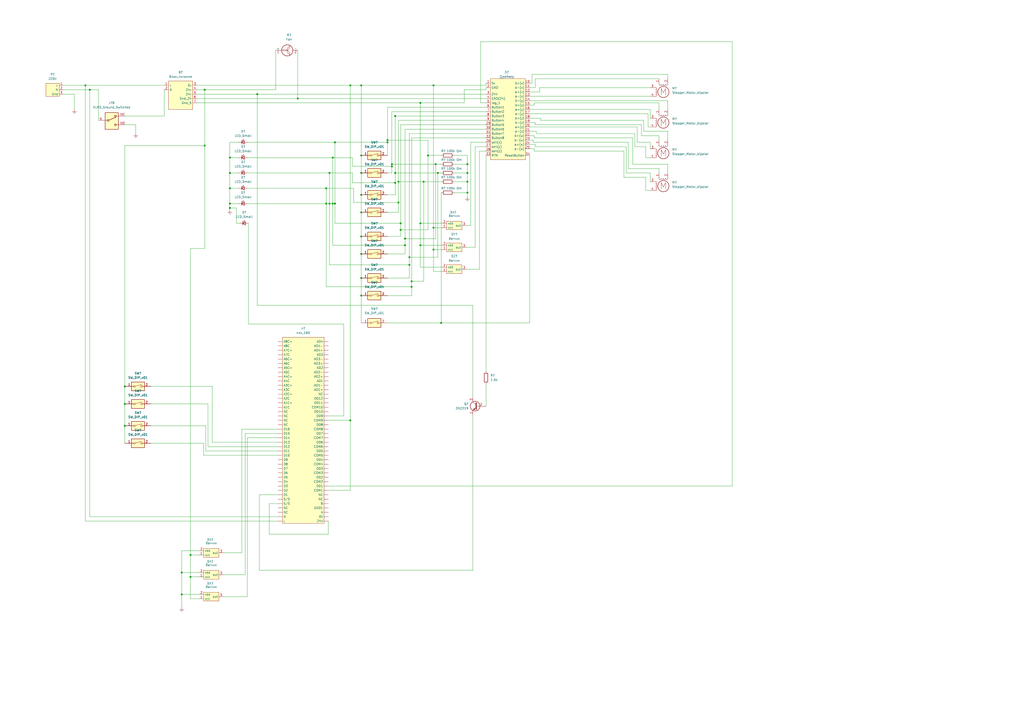
<source format=kicad_sch>
(kicad_sch (version 20211123) (generator eeschema)
  (paper "A2")
  (lib_symbols
    (symbol "4xxx:Драйвер"
      (property "Reference" "D?" (at 4.445 7.62 0))
      (property "Value" "Драйвер" (at 4.445 5.08 0))
      (symbol "Драйвер_0_1"
        (rectangle (start -5.08 3.81) (end 15.24 -43.18) (fill (type background)))
      )
      (symbol "Драйвер_1_1"
        (pin input line (at -7.62 1.27 0) (length 2.54) (name "5v") (number "1"))
        (pin output line (at 17.78 1.27 180) (length 2.54) (name "b+(x)") (number "10"))
        (pin output line (at 17.78 -1.27 180) (length 2.54) (name "b-(x)") (number "11"))
        (pin output line (at 17.78 -3.81 180) (length 2.54) (name "a+(x)") (number "12"))
        (pin output line (at 17.78 -6.35 180) (length 2.54) (name "a-(x)") (number "13"))
        (pin output line (at 17.78 -8.89 180) (length 2.54) (name "b-(y)") (number "14"))
        (pin output line (at 17.78 -11.43 180) (length 2.54) (name "b+(y)") (number "15"))
        (pin output line (at 17.78 -13.97 180) (length 2.54) (name "a+(y)") (number "16"))
        (pin output line (at 17.78 -16.51 180) (length 2.54) (name "a-(y)") (number "17"))
        (pin output line (at 17.78 -19.05 180) (length 2.54) (name "b+(z)") (number "18"))
        (pin output line (at 17.78 -21.59 180) (length 2.54) (name "b-(z)") (number "19"))
        (pin input line (at -7.62 -1.27 0) (length 2.54) (name "GND") (number "2"))
        (pin output line (at 17.78 -24.13 180) (length 2.54) (name "a+(z)") (number "20"))
        (pin output line (at 17.78 -26.67 180) (length 2.54) (name "a-(z)") (number "21"))
        (pin output line (at 17.78 -29.21 180) (length 2.54) (name "b+(w)") (number "22"))
        (pin output line (at 17.78 -31.75 180) (length 2.54) (name "b-(w)") (number "23"))
        (pin output line (at 17.78 -34.29 180) (length 2.54) (name "a+(w)") (number "24"))
        (pin output line (at 17.78 -36.83 180) (length 2.54) (name "a-(w)") (number "25"))
        (pin input line (at -7.62 -33.02 0) (length 2.54) (name "sen(x)") (number "26"))
        (pin input line (at -7.62 -35.56 0) (length 2.54) (name "sen(y)") (number "27"))
        (pin input line (at -7.62 -38.1 0) (length 2.54) (name "sen(z)") (number "28"))
        (pin input line (at -7.62 -22.86 0) (length 2.54) (name "Button5") (number "29"))
        (pin input line (at -7.62 -5.08 0) (length 2.54) (name "24V") (number "3"))
        (pin input line (at -7.62 -25.4 0) (length 2.54) (name "Button6") (number "30"))
        (pin input line (at -7.62 -27.94 0) (length 2.54) (name "Button7") (number "31"))
        (pin input line (at -7.62 -30.48 0) (length 2.54) (name "Button8") (number "32"))
        (pin input line (at -7.62 -40.64 0) (length 2.54) (name "RTM") (number "33"))
        (pin input line (at 17.78 -40.64 180) (length 2.54) (name "ResetButton") (number "34"))
        (pin input line (at -7.62 -7.62 0) (length 2.54) (name "GND(24)") (number "4"))
        (pin input line (at -7.62 -10.16 0) (length 2.54) (name "log_1") (number "5"))
        (pin input line (at -7.62 -12.7 0) (length 2.54) (name "Button1") (number "6"))
        (pin input line (at -7.62 -15.24 0) (length 2.54) (name "Button2") (number "7"))
        (pin input line (at -7.62 -17.78 0) (length 2.54) (name "Button3") (number "8"))
        (pin input line (at -7.62 -20.32 0) (length 2.54) (name "Button4") (number "9"))
      )
    )
    (symbol "4xxx:блок_питания"
      (property "Reference" "B" (at 0 1.27 0))
      (property "Value" "блок_питания" (at 0 0 0))
      (symbol "блок_питания_0_1"
        (rectangle (start -6.35 -1.27) (end 7.62 -17.78) (fill (type background)))
      )
      (symbol "блок_питания_1_1"
        (pin input line (at -8.89 -3.81 0) (length 2.54) (name "L") (number "1"))
        (pin input line (at -8.89 -6.35 0) (length 2.54) (name "N") (number "2"))
        (pin output line (at 10.16 -3.81 180) (length 2.54) (name "5v") (number "3"))
        (pin output line (at 10.16 -6.35 180) (length 2.54) (name "24v") (number "4"))
        (pin output line (at 10.16 -8.89 180) (length 2.54) (name "24v") (number "5"))
        (pin output line (at 10.16 -11.43 180) (length 2.54) (name "Gnd_24") (number "6"))
        (pin output line (at 10.16 -13.97 180) (length 2.54) (name "Gnd_5") (number "7"))
      )
    )
    (symbol "Connector:XLR3_Ground_Switched" (pin_names hide)
      (property "Reference" "J" (at 0 8.89 0))
      (property "Value" "XLR3_Ground_Switched" (at 0 6.35 0))
      (symbol "XLR3_Ground_Switched_1_1"
        (circle (center -3.556 0) (radius 1.016))
        (circle (center 0 -3.556) (radius 1.016))
        (polyline (pts (xy -5.08 0) (xy -4.572 0)))
        (polyline (pts (xy -2.54 -5.08) (xy -2.54 -4.445)))
        (polyline (pts (xy 0 -5.08) (xy 0 -4.572)))
        (polyline (pts (xy 5.08 0) (xy 4.572 0)))
        (circle (center 0 0) (radius 5.08) (fill (type background)))
        (circle (center 3.556 0) (radius 1.016))
        (text "1" (at -3.556 1.778 0) (effects (font (size 1.016 1.016) bold)))
        (text "2" (at 3.556 1.778 0) (effects (font (size 1.016 1.016) bold)))
        (text "3" (at 0 -1.778 0) (effects (font (size 1.016 1.016) bold)))
        (pin passive line (at -7.62 0 0) (length 2.54) (name "~") (number "1"))
        (pin passive line (at 7.62 0 180) (length 2.54) (name "~") (number "2"))
        (pin passive line (at 0 -7.62 90) (length 2.54) (name "~") (number "3"))
        (pin passive line (at -2.54 -7.62 90) (length 2.54) (name "~") (number "G"))
      )
      (symbol "XLR3_Ground_Switched_2_1"
        (rectangle (start -3.81 4.445) (end 3.81 -5.08) (stroke (width 0.254)) (fill (type background)))
        (circle (center -2.159 0) (radius 0.508) (stroke (width 0.254)))
        (polyline (pts (xy -5.08 0) (xy -2.794 0)))
        (polyline (pts (xy -1.651 0.127) (xy 2.54 1.905)) (stroke (width 0.254)))
        (polyline (pts (xy 5.08 -2.54) (xy 2.794 -2.54)))
        (polyline (pts (xy 5.08 2.54) (xy 2.794 2.54)))
        (circle (center 2.159 -2.54) (radius 0.508) (stroke (width 0.254)))
        (circle (center 2.159 2.54) (radius 0.508) (stroke (width 0.254)))
        (pin passive line (at -7.62 0 0) (length 2.54) (name "~") (number "N"))
        (pin passive line (at 7.62 2.54 180) (length 2.54) (name "~") (number "NC"))
        (pin passive line (at 7.62 -2.54 180) (length 2.54) (name "~") (number "NO"))
      )
    )
    (symbol "Device:LED_Small" (pin_numbers hide) (pin_names (offset 0.254) hide)
      (property "Reference" "D" (at -1.27 3.175 0))
      (property "Value" "LED_Small" (at -4.445 -2.54 0))
      (symbol "LED_Small_0_1"
        (polyline (pts (xy -0.762 -1.016) (xy -0.762 1.016)) (stroke (width 0.254)))
        (polyline (pts (xy 1.016 0) (xy -0.762 0)))
        (polyline (pts (xy 0.762 -1.016) (xy -0.762 0) (xy 0.762 1.016) (xy 0.762 -1.016)) (stroke (width 0.254)))
        (polyline (pts (xy 0 0.762) (xy -0.508 1.27) (xy -0.254 1.27) (xy -0.508 1.27) (xy -0.508 1.016)))
        (polyline (pts (xy 0.508 1.27) (xy 0 1.778) (xy 0.254 1.778) (xy 0 1.778) (xy 0 1.524)))
      )
      (symbol "LED_Small_1_1"
        (pin passive line (at -2.54 0 0) (length 1.778) (name "K") (number "1"))
        (pin passive line (at 2.54 0 180) (length 1.778) (name "A") (number "2"))
      )
    )
    (symbol "Device:R" (pin_numbers hide) (pin_names (offset 0))
      (property "Reference" "R" (at 2.032 0 90))
      (property "Value" "R" (at 0 0 90))
      (symbol "R_0_1"
        (rectangle (start -1.016 -2.54) (end 1.016 2.54) (stroke (width 0.254)))
      )
      (symbol "R_1_1"
        (pin passive line (at 0 3.81 270) (length 1.27) (name "~") (number "1"))
        (pin passive line (at 0 -3.81 90) (length 1.27) (name "~") (number "2"))
      )
    )
    (symbol "Earth_1" (power) (pin_names (offset 0))
      (symbol "Earth_1_0_1"
        (polyline (pts (xy -0.635 -1.905) (xy 0.635 -1.905)))
        (polyline (pts (xy -0.127 -2.54) (xy 0.127 -2.54)))
        (polyline (pts (xy 0 -1.27) (xy 0 0)))
        (polyline (pts (xy 1.27 -1.27) (xy -1.27 -1.27)))
      )
      (symbol "Earth_1_1_1"
        (pin power_in line (at 0 0 270) (length 0) hide (name "Earth") (number "1"))
      )
    )
    (symbol "Earth_2" (power) (pin_names (offset 0))
      (symbol "Earth_2_0_1"
        (polyline (pts (xy -0.635 -1.905) (xy 0.635 -1.905)))
        (polyline (pts (xy -0.127 -2.54) (xy 0.127 -2.54)))
        (polyline (pts (xy 0 -1.27) (xy 0 0)))
        (polyline (pts (xy 1.27 -1.27) (xy -1.27 -1.27)))
      )
      (symbol "Earth_2_1_1"
        (pin power_in line (at 0 0 270) (length 0) hide (name "Earth") (number "1"))
      )
    )
    (symbol "Motor:Fan" (pin_names (offset 0))
      (property "Reference" "M" (at 2.54 5.08 0))
      (property "Value" "Fan" (at 2.54 -2.54 0))
      (symbol "Fan_0_1"
        (arc (start -2.54 -0.508) (mid -0.0014 0.9048) (end 0 3.81))
        (polyline (pts (xy 0 -5.08) (xy 0 -4.572)))
        (polyline (pts (xy 0 -2.2352) (xy 0 -2.6416)))
        (polyline (pts (xy 0 4.2672) (xy 0 4.6228)))
        (polyline (pts (xy 0 4.572) (xy 0 5.08)))
        (circle (center 0 1.016) (radius 3.2512) (stroke (width 0.254)))
        (arc (start 0 3.81) (mid 0.0468 0.9315) (end 2.54 -0.508))
        (arc (start 2.54 -0.508) (mid 0 1.0618) (end -2.54 -0.508))
      )
      (symbol "Fan_1_1"
        (pin passive line (at 0 7.62 270) (length 2.54) (name "+") (number "1"))
        (pin passive line (at 0 -5.08 90) (length 2.54) (name "-") (number "2"))
      )
    )
    (symbol "Motor:Stepper_Motor_bipolar" (pin_names (offset 0) hide)
      (property "Reference" "M" (at 3.81 2.54 0))
      (property "Value" "Stepper_Motor_bipolar" (at 3.81 1.27 0))
      (symbol "Stepper_Motor_bipolar_0_0"
        (polyline (pts (xy -1.27 -1.778) (xy -1.27 2.032) (xy 0 -0.508) (xy 1.27 2.032) (xy 1.27 -1.778)))
      )
      (symbol "Stepper_Motor_bipolar_0_1"
        (arc (start -4.445 -2.54) (mid -3.81 -1.905) (end -4.445 -1.27))
        (arc (start -4.445 -1.27) (mid -3.81 -0.635) (end -4.445 0))
        (arc (start -4.445 0) (mid -3.81 0.635) (end -4.445 1.27))
        (arc (start -4.445 1.27) (mid -3.81 1.905) (end -4.445 2.54))
        (arc (start -2.54 4.445) (mid -1.905 3.81) (end -1.27 4.445))
        (arc (start -1.27 4.445) (mid -0.635 3.81) (end 0 4.445))
        (polyline (pts (xy -5.08 -2.54) (xy -4.445 -2.54)))
        (polyline (pts (xy -5.08 2.54) (xy -4.445 2.54)))
        (polyline (pts (xy -2.54 5.08) (xy -2.54 4.445)))
        (polyline (pts (xy 2.54 5.08) (xy 2.54 4.445)))
        (circle (center 0 0) (radius 3.2512) (stroke (width 0.254)))
        (arc (start 0 4.445) (mid 0.635 3.81) (end 1.27 4.445))
        (arc (start 1.27 4.445) (mid 1.905 3.81) (end 2.54 4.445))
      )
      (symbol "Stepper_Motor_bipolar_1_1"
        (pin passive line (at -2.54 7.62 270) (length 2.54) (name "~") (number "1"))
        (pin passive line (at 2.54 7.62 270) (length 2.54) (name "-") (number "2"))
        (pin passive line (at -7.62 2.54 0) (length 2.54) (name "~") (number "3"))
        (pin passive line (at -7.62 -2.54 0) (length 2.54) (name "~") (number "4"))
      )
    )
    (symbol "New_robin:220V"
      (property "Reference" "P" (at 0 5.08 0))
      (property "Value" "220V" (at 0 2.54 0))
      (symbol "220V_0_1"
        (rectangle (start -3.81 1.27) (end 3.81 -6.35) (fill (type background)))
      )
      (symbol "220V_1_1"
        (pin input line (at 6.35 0 180) (length 2.54) (name "L") (number "1"))
        (pin input line (at 6.35 -2.54 180) (length 2.54) (name "N") (number "2"))
        (pin input line (at 6.35 -5.08 180) (length 2.54) (name "Gnd") (number "3"))
      )
    )
    (symbol "New_robin:плк_160"
      (property "Reference" "п" (at 1.27 -2.54 0))
      (property "Value" "плк_160" (at 1.27 -5.08 0))
      (symbol "плк_160_0_1"
        (rectangle (start -10.16 20.32) (end 13.97 -87.63) (fill (type background)))
      )
      (symbol "плк_160_1_1"
        (pin output line (at 16.51 -83.82 180) (length 2.54) (name "0V") (number ""))
        (pin output line (at 16.51 -86.36 180) (length 2.54) (name "24V") (number ""))
        (pin output line (at 16.51 -81.28 180) (length 2.54) (name "A") (number ""))
        (pin input line (at -12.7 -20.32 0) (length 2.54) (name "A1C") (number ""))
        (pin input line (at -12.7 -17.78 0) (length 2.54) (name "A1C+") (number ""))
        (pin input line (at -12.7 -15.24 0) (length 2.54) (name "A2C") (number ""))
        (pin input line (at -12.7 -12.7 0) (length 2.54) (name "A2C+") (number ""))
        (pin input line (at -12.7 -10.16 0) (length 2.54) (name "A3C") (number ""))
        (pin input line (at -12.7 -7.62 0) (length 2.54) (name "A3C+") (number ""))
        (pin input line (at -12.7 -5.08 0) (length 2.54) (name "A4C") (number ""))
        (pin input line (at -12.7 -2.54 0) (length 2.54) (name "A4C+") (number ""))
        (pin input line (at -12.7 0 0) (length 2.54) (name "A5C") (number ""))
        (pin input line (at -12.7 2.54 0) (length 2.54) (name "A5C+") (number ""))
        (pin input line (at -12.7 5.08 0) (length 2.54) (name "A6C") (number ""))
        (pin input line (at -12.7 7.62 0) (length 2.54) (name "A6C+") (number ""))
        (pin input line (at -12.7 10.16 0) (length 2.54) (name "A7C") (number ""))
        (pin input line (at -12.7 12.7 0) (length 2.54) (name "A7C+") (number ""))
        (pin input line (at -12.7 15.24 0) (length 2.54) (name "A8C") (number ""))
        (pin input line (at -12.7 17.78 0) (length 2.54) (name "A8C+") (number ""))
        (pin output line (at 16.51 -5.08 180) (length 2.54) (name "AO1") (number ""))
        (pin output line (at 16.51 -10.16 180) (length 2.54) (name "AO1+") (number ""))
        (pin output line (at 16.51 -7.62 180) (length 2.54) (name "AO1-") (number ""))
        (pin output line (at 16.51 2.54 180) (length 2.54) (name "AO2") (number ""))
        (pin output line (at 16.51 -2.54 180) (length 2.54) (name "AO2+") (number ""))
        (pin output line (at 16.51 0 180) (length 2.54) (name "AO2-") (number ""))
        (pin output line (at 16.51 10.16 180) (length 2.54) (name "AO3") (number ""))
        (pin output line (at 16.51 5.08 180) (length 2.54) (name "AO3+") (number ""))
        (pin output line (at 16.51 7.62 180) (length 2.54) (name "AO3-") (number ""))
        (pin output line (at 16.51 17.78 180) (length 2.54) (name "AO4") (number ""))
        (pin output line (at 16.51 12.7 180) (length 2.54) (name "AO4+") (number ""))
        (pin output line (at 16.51 15.24 180) (length 2.54) (name "AO4-") (number ""))
        (pin output line (at 16.51 -76.2 180) (length 2.54) (name "B") (number ""))
        (pin output line (at 16.51 -68.58 180) (length 2.54) (name "COM1") (number ""))
        (pin output line (at 16.51 -20.32 180) (length 2.54) (name "COM10") (number ""))
        (pin output line (at 16.51 -63.5 180) (length 2.54) (name "COM2") (number ""))
        (pin output line (at 16.51 -58.42 180) (length 2.54) (name "COM3") (number ""))
        (pin output line (at 16.51 -53.34 180) (length 2.54) (name "COM4") (number ""))
        (pin output line (at 16.51 -48.26 180) (length 2.54) (name "COM5") (number ""))
        (pin output line (at 16.51 -43.18 180) (length 2.54) (name "COM6") (number ""))
        (pin output line (at 16.51 -38.1 180) (length 2.54) (name "COM7") (number ""))
        (pin output line (at 16.51 -33.02 180) (length 2.54) (name "COM8") (number ""))
        (pin output line (at 16.51 -27.94 180) (length 2.54) (name "COM9") (number ""))
        (pin input line (at -12.7 -71.12 0) (length 2.54) (name "D1") (number ""))
        (pin input line (at -12.7 -48.26 0) (length 2.54) (name "D10") (number ""))
        (pin input line (at -12.7 -45.72 0) (length 2.54) (name "D11") (number ""))
        (pin input line (at -12.7 -43.18 0) (length 2.54) (name "D12") (number ""))
        (pin input line (at -12.7 -40.64 0) (length 2.54) (name "D13") (number ""))
        (pin input line (at -12.7 -38.1 0) (length 2.54) (name "D14") (number ""))
        (pin input line (at -12.7 -35.56 0) (length 2.54) (name "D15") (number ""))
        (pin input line (at -12.7 -33.02 0) (length 2.54) (name "D16") (number ""))
        (pin input line (at -12.7 -68.58 0) (length 2.54) (name "D2") (number ""))
        (pin input line (at -12.7 -66.04 0) (length 2.54) (name "D3") (number ""))
        (pin input line (at -12.7 -63.5 0) (length 2.54) (name "D4") (number ""))
        (pin input line (at -12.7 -60.96 0) (length 2.54) (name "D5") (number ""))
        (pin input line (at -12.7 -58.42 0) (length 2.54) (name "D6") (number ""))
        (pin input line (at -12.7 -55.88 0) (length 2.54) (name "D7") (number ""))
        (pin input line (at -12.7 -53.34 0) (length 2.54) (name "D8") (number ""))
        (pin input line (at -12.7 -50.8 0) (length 2.54) (name "D9") (number ""))
        (pin output line (at 16.51 -66.04 180) (length 2.54) (name "DO1") (number ""))
        (pin output line (at 16.51 -22.86 180) (length 2.54) (name "DO10") (number ""))
        (pin output line (at 16.51 -17.78 180) (length 2.54) (name "DO11") (number ""))
        (pin output line (at 16.51 -15.24 180) (length 2.54) (name "DO12") (number ""))
        (pin output line (at 16.51 -60.96 180) (length 2.54) (name "DO2") (number ""))
        (pin output line (at 16.51 -55.88 180) (length 2.54) (name "DO3") (number ""))
        (pin output line (at 16.51 -50.8 180) (length 2.54) (name "DO4") (number ""))
        (pin output line (at 16.51 -45.72 180) (length 2.54) (name "DO5") (number ""))
        (pin output line (at 16.51 -40.64 180) (length 2.54) (name "DO6") (number ""))
        (pin output line (at 16.51 -35.56 180) (length 2.54) (name "DO7") (number ""))
        (pin output line (at 16.51 -30.48 180) (length 2.54) (name "DO8") (number ""))
        (pin output line (at 16.51 -25.4 180) (length 2.54) (name "DO9") (number ""))
        (pin output line (at 16.51 -78.74 180) (length 2.54) (name "GND1") (number ""))
        (pin input line (at -12.7 -86.36 0) (length 2.54) (name "L") (number ""))
        (pin input line (at -12.7 -83.82 0) (length 2.54) (name "N") (number ""))
        (pin input line (at -12.7 -81.28 0) (length 2.54) (name "NC") (number ""))
        (pin input line (at -12.7 -78.74 0) (length 2.54) (name "NC") (number ""))
        (pin input line (at -12.7 -30.48 0) (length 2.54) (name "NC") (number ""))
        (pin input line (at -12.7 -27.94 0) (length 2.54) (name "NC") (number ""))
        (pin input line (at -12.7 -25.4 0) (length 2.54) (name "NC") (number ""))
        (pin input line (at -12.7 -22.86 0) (length 2.54) (name "NC") (number ""))
        (pin output line (at 16.51 -73.66 180) (length 2.54) (name "NC") (number ""))
        (pin output line (at 16.51 -71.12 180) (length 2.54) (name "NC") (number ""))
        (pin output line (at 16.51 -12.7 180) (length 2.54) (name "NC") (number ""))
        (pin input line (at -12.7 -76.2 0) (length 2.54) (name "S/S") (number ""))
        (pin input line (at -12.7 -73.66 0) (length 2.54) (name "S/S") (number ""))
      )
    )
    (symbol "Switch:SW_DIP_x01" (pin_names (offset 0) hide)
      (property "Reference" "SW" (at 0 3.81 0))
      (property "Value" "SW_DIP_x01" (at 0 -3.81 0))
      (symbol "SW_DIP_x01_0_0"
        (circle (center -2.032 0) (radius 0.508))
        (polyline (pts (xy -1.524 0.127) (xy 2.3622 1.1684)))
        (circle (center 2.032 0) (radius 0.508))
      )
      (symbol "SW_DIP_x01_0_1"
        (rectangle (start -3.81 2.54) (end 3.81 -2.54) (stroke (width 0.254)) (fill (type background)))
      )
      (symbol "SW_DIP_x01_1_1"
        (pin passive line (at -7.62 0 0) (length 5.08) (name "~") (number "1"))
        (pin passive line (at 7.62 0 180) (length 5.08) (name "~") (number "2"))
      )
    )
    (symbol "Transistor_BJT:2N2219" (pin_names (offset 0) hide)
      (property "Reference" "Q" (at 5.08 1.905 0))
      (property "Value" "2N2219" (at 5.08 0 0))
      (symbol "2N2219_0_1"
        (polyline (pts (xy 0.635 0.635) (xy 2.54 2.54)))
        (polyline (pts (xy 0.635 -0.635) (xy 2.54 -2.54) (xy 2.54 -2.54)))
        (polyline (pts (xy 0.635 1.905) (xy 0.635 -1.905) (xy 0.635 -1.905)) (stroke (width 0.508)))
        (polyline (pts (xy 1.27 -1.778) (xy 1.778 -1.27) (xy 2.286 -2.286) (xy 1.27 -1.778) (xy 1.27 -1.778)) (fill (type outline)))
        (circle (center 1.27 0) (radius 2.8194) (stroke (width 0.254)))
      )
      (symbol "2N2219_1_1"
        (pin passive line (at 2.54 -5.08 90) (length 2.54) (name "E") (number "1"))
        (pin passive line (at -5.08 0 0) (length 5.715) (name "B") (number "2"))
        (pin passive line (at 2.54 5.08 270) (length 2.54) (name "C") (number "3"))
      )
    )
    (symbol "power:Earth" (power) (pin_names (offset 0))
      (symbol "Earth_0_1"
        (polyline (pts (xy -0.635 -1.905) (xy 0.635 -1.905)))
        (polyline (pts (xy -0.127 -2.54) (xy 0.127 -2.54)))
        (polyline (pts (xy 0 -1.27) (xy 0 0)))
        (polyline (pts (xy 1.27 -1.27) (xy -1.27 -1.27)))
      )
      (symbol "Earth_1_1"
        (pin power_in line (at 0 0 270) (length 0) hide (name "Earth") (number "1"))
      )
    )
    (symbol "датчик_3"
      (property "Reference" "D" (at 0 3.81 0))
      (property "Value" "датчик_3" (at 1.27 1.27 0))
      (symbol "датчик_3_0_1"
        (rectangle (start -2.54 0) (end 6.35 -5.08) (fill (type background)))
      )
      (symbol "датчик_3_1_1"
        (pin input line (at -5.08 -3.81 0) (length 2.54) (name "vcc") (number "1"))
        (pin input line (at -5.08 -1.27 0) (length 2.54) (name "vdd") (number "2"))
        (pin input line (at 8.89 -2.54 180) (length 2.54) (name "out") (number "3"))
      )
    )
  )
  (junction (at 237.49 153.67))
  (junction (at 52.07 52.07))
  (junction (at 229.235 106.045))
  (junction (at 231.14 105.41))
  (junction (at 271.145 95.25))
  (junction (at 243.84 129.54))
  (junction (at 105.41 344.805))
  (junction (at 189.23 118.11))
  (junction (at 172.72 57.15))
  (junction (at 209.55 147.32))
  (junction (at 49.53 49.53))
  (junction (at 243.84 59.69))
  (junction (at 231.14 117.475))
  (junction (at 110.49 334.645))
  (junction (at 232.41 133.35))
  (junction (at 194.31 118.11))
  (junction (at 234.95 138.43))
  (junction (at 209.55 90.17))
  (junction (at 209.55 113.03))
  (junction (at 189.23 109.22))
  (junction (at 118.745 84.455))
  (junction (at 248.285 90.17))
  (junction (at 118.745 52.07))
  (junction (at 193.04 118.11))
  (junction (at 133.35 91.44))
  (junction (at 110.49 321.945))
  (junction (at 193.04 91.44))
  (junction (at 224.79 82.55))
  (junction (at 191.135 100.33))
  (junction (at 209.55 123.19))
  (junction (at 133.35 118.11))
  (junction (at 271.145 100.33))
  (junction (at 149.225 54.61))
  (junction (at 72.39 224.155))
  (junction (at 271.145 111.76))
  (junction (at 245.745 105.41))
  (junction (at 209.55 49.53))
  (junction (at 238.76 163.195))
  (junction (at 229.235 100.33))
  (junction (at 251.46 144.78))
  (junction (at 238.76 166.37))
  (junction (at 209.55 161.29))
  (junction (at 133.35 109.22))
  (junction (at 133.35 120.65))
  (junction (at 243.84 142.24))
  (junction (at 209.55 171.45))
  (junction (at 203.2 49.53))
  (junction (at 72.39 234.315))
  (junction (at 255.905 187.325))
  (junction (at 227.33 95.25))
  (junction (at 133.35 100.33))
  (junction (at 271.145 105.41))
  (junction (at 224.79 81.28))
  (junction (at 227.33 96.52))
  (junction (at 203.2 243.84))
  (junction (at 237.49 149.225))
  (junction (at 209.55 100.33))
  (junction (at 251.46 49.53))
  (junction (at 209.55 137.16))
  (junction (at 229.235 67.31))
  (junction (at 191.135 118.11))
  (junction (at 251.46 132.08))
  (junction (at 72.39 247.015))
  (junction (at 232.41 129.54))
  (junction (at 252.73 95.25))
  (junction (at 105.41 332.105))
  (junction (at 194.31 82.55))
  (junction (at 234.95 142.24))
  (junction (at 254 100.33))
  (wire (pts (xy 251.46 157.48) (xy 251.46 144.78)))
  (wire (pts (xy 424.815 24.13) (xy 424.815 281.94)))
  (wire (pts (xy 310.515 45.72) (xy 310.515 50.8)))
  (wire (pts (xy 161.29 259.08) (xy 120.65 259.08)))
  (wire (pts (xy 281.94 72.39) (xy 232.41 72.39)))
  (wire (pts (xy 232.41 137.16) (xy 224.79 137.16)))
  (wire (pts (xy 387.35 76.2) (xy 387.35 81.28)))
  (wire (pts (xy 115.57 319.405) (xy 105.41 319.405)))
  (wire (pts (xy 256.54 154.94) (xy 243.84 154.94)))
  (wire (pts (xy 231.14 105.41) (xy 231.14 117.475)))
  (wire (pts (xy 281.94 77.47) (xy 237.49 77.47)))
  (wire (pts (xy 209.55 123.19) (xy 209.55 137.16)))
  (wire (pts (xy 251.46 132.08) (xy 256.54 132.08)))
  (wire (pts (xy 114.3 52.07) (xy 118.745 52.07)))
  (wire (pts (xy 72.39 72.39) (xy 78.74 72.39)))
  (wire (pts (xy 143.51 82.55) (xy 194.31 82.55)))
  (wire (pts (xy 368.3 77.47) (xy 311.15 77.47)))
  (wire (pts (xy 313.055 50.8) (xy 313.055 53.34)))
  (wire (pts (xy 310.515 71.12) (xy 307.34 71.12)))
  (wire (pts (xy 133.35 109.22) (xy 133.35 100.33)))
  (wire (pts (xy 374.65 91.44) (xy 374.65 85.09)))
  (wire (pts (xy 309.88 87.63) (xy 309.88 86.36)))
  (wire (pts (xy 369.57 82.55) (xy 369.57 73.66)))
  (wire (pts (xy 310.515 72.39) (xy 310.515 71.12)))
  (wire (pts (xy 311.15 76.2) (xy 307.34 76.2)))
  (wire (pts (xy 255.905 111.76) (xy 255.905 187.325)))
  (wire (pts (xy 377.19 91.44) (xy 374.65 91.44)))
  (wire (pts (xy 278.13 156.21) (xy 278.13 87.63)))
  (wire (pts (xy 193.04 118.11) (xy 194.31 118.11)))
  (wire (pts (xy 149.225 54.61) (xy 149.225 177.165)))
  (wire (pts (xy 248.285 133.35) (xy 232.41 133.35)))
  (wire (pts (xy 274.32 240.665) (xy 274.32 330.835)))
  (wire (pts (xy 189.23 109.22) (xy 189.23 118.11)))
  (wire (pts (xy 137.16 129.54) (xy 137.16 120.65)))
  (wire (pts (xy 105.41 319.405) (xy 105.41 332.105)))
  (wire (pts (xy 243.84 59.69) (xy 243.84 129.54)))
  (wire (pts (xy 281.94 59.69) (xy 278.765 59.69)))
  (wire (pts (xy 375.92 66.04) (xy 375.92 73.66)))
  (wire (pts (xy 372.11 72.39) (xy 310.515 72.39)))
  (wire (pts (xy 49.53 302.26) (xy 161.29 302.26)))
  (wire (pts (xy 273.05 130.81) (xy 270.51 130.81)))
  (wire (pts (xy 281.94 69.85) (xy 231.14 69.85)))
  (wire (pts (xy 387.35 95.25) (xy 367.03 95.25)))
  (wire (pts (xy 209.55 147.32) (xy 209.55 161.29)))
  (wire (pts (xy 161.29 287.02) (xy 150.495 287.02)))
  (wire (pts (xy 309.88 80.01) (xy 309.88 78.74)))
  (wire (pts (xy 72.39 224.155) (xy 72.39 234.315)))
  (wire (pts (xy 361.95 102.87) (xy 361.95 87.63)))
  (wire (pts (xy 133.35 100.33) (xy 138.43 100.33)))
  (wire (pts (xy 123.19 256.54) (xy 161.29 256.54)))
  (wire (pts (xy 189.23 118.11) (xy 191.135 118.11)))
  (wire (pts (xy 281.94 90.17) (xy 281.94 215.265)))
  (wire (pts (xy 361.95 87.63) (xy 309.88 87.63)))
  (wire (pts (xy 133.35 100.33) (xy 133.35 91.44)))
  (wire (pts (xy 199.39 187.96) (xy 199.39 241.3)))
  (wire (pts (xy 191.135 118.11) (xy 193.04 118.11)))
  (wire (pts (xy 114.3 57.15) (xy 172.72 57.15)))
  (wire (pts (xy 229.235 100.33) (xy 229.235 106.045)))
  (wire (pts (xy 234.95 138.43) (xy 234.95 142.24)))
  (wire (pts (xy 227.33 64.77) (xy 227.33 95.25)))
  (wire (pts (xy 308.61 43.18) (xy 308.61 48.26)))
  (wire (pts (xy 72.39 247.015) (xy 72.39 257.175)))
  (wire (pts (xy 248.285 90.17) (xy 248.285 133.35)))
  (wire (pts (xy 254 100.33) (xy 255.905 100.33)))
  (wire (pts (xy 161.29 264.16) (xy 118.11 264.16)))
  (wire (pts (xy 281.94 80.01) (xy 238.76 80.01)))
  (wire (pts (xy 118.11 257.175) (xy 87.63 257.175)))
  (wire (pts (xy 191.135 100.33) (xy 191.135 118.11)))
  (wire (pts (xy 307.34 83.82) (xy 310.515 83.82)))
  (wire (pts (xy 243.84 129.54) (xy 243.84 142.24)))
  (wire (pts (xy 313.69 69.85) (xy 313.69 68.58)))
  (wire (pts (xy 110.49 347.345) (xy 115.57 347.345)))
  (wire (pts (xy 57.15 52.07) (xy 57.15 69.85)))
  (wire (pts (xy 281.94 67.31) (xy 229.235 67.31)))
  (wire (pts (xy 209.55 171.45) (xy 209.55 187.325)))
  (wire (pts (xy 227.33 95.25) (xy 252.73 95.25)))
  (wire (pts (xy 307.34 55.88) (xy 377.19 55.88)))
  (wire (pts (xy 143.51 254) (xy 143.51 346.075)))
  (wire (pts (xy 307.34 66.04) (xy 375.92 66.04)))
  (wire (pts (xy 140.335 248.92) (xy 161.29 248.92)))
  (wire (pts (xy 120.65 259.08) (xy 120.65 234.315)))
  (wire (pts (xy 204.47 106.045) (xy 204.47 100.33)))
  (wire (pts (xy 150.495 330.835) (xy 274.32 330.835)))
  (wire (pts (xy 382.27 78.74) (xy 372.11 78.74)))
  (wire (pts (xy 263.525 111.76) (xy 271.145 111.76)))
  (wire (pts (xy 309.88 59.69) (xy 309.88 60.96)))
  (wire (pts (xy 273.05 82.55) (xy 273.05 130.81)))
  (wire (pts (xy 142.24 251.46) (xy 142.24 333.375)))
  (wire (pts (xy 72.39 234.315) (xy 72.39 247.015)))
  (wire (pts (xy 271.145 90.17) (xy 263.525 90.17)))
  (wire (pts (xy 234.95 142.24) (xy 193.04 142.24)))
  (wire (pts (xy 203.2 243.84) (xy 203.2 284.48)))
  (wire (pts (xy 313.69 68.58) (xy 307.34 68.58)))
  (wire (pts (xy 133.35 118.11) (xy 133.35 109.22)))
  (wire (pts (xy 190.5 243.84) (xy 203.2 243.84)))
  (wire (pts (xy 143.51 91.44) (xy 193.04 91.44)))
  (wire (pts (xy 72.39 67.31) (xy 95.25 67.31)))
  (wire (pts (xy 209.55 137.16) (xy 209.55 147.32)))
  (wire (pts (xy 72.39 84.455) (xy 118.745 84.455)))
  (wire (pts (xy 227.33 64.77) (xy 281.94 64.77)))
  (wire (pts (xy 190.5 284.48) (xy 203.2 284.48)))
  (wire (pts (xy 237.49 77.47) (xy 237.49 149.225)))
  (wire (pts (xy 209.55 161.29) (xy 209.55 171.45)))
  (wire (pts (xy 161.29 251.46) (xy 142.24 251.46)))
  (wire (pts (xy 123.19 224.155) (xy 123.19 256.54)))
  (wire (pts (xy 194.31 82.55) (xy 194.31 118.11)))
  (wire (pts (xy 372.11 78.74) (xy 372.11 72.39)))
  (wire (pts (xy 231.14 117.475) (xy 205.105 117.475)))
  (wire (pts (xy 234.95 142.24) (xy 234.95 147.32)))
  (wire (pts (xy 269.24 52.07) (xy 281.94 52.07)))
  (wire (pts (xy 281.94 48.26) (xy 281.94 49.53)))
  (wire (pts (xy 193.04 91.44) (xy 193.04 118.11)))
  (wire (pts (xy 224.79 113.03) (xy 229.235 113.03)))
  (wire (pts (xy 118.11 264.16) (xy 118.11 257.175)))
  (wire (pts (xy 373.38 76.2) (xy 373.38 69.85)))
  (wire (pts (xy 271.145 111.76) (xy 271.145 114.3)))
  (wire (pts (xy 205.105 109.22) (xy 189.23 109.22)))
  (wire (pts (xy 194.31 118.11) (xy 194.31 129.54)))
  (wire (pts (xy 364.49 82.55) (xy 309.245 82.55)))
  (wire (pts (xy 237.49 153.67) (xy 191.135 153.67)))
  (wire (pts (xy 309.245 81.28) (xy 307.34 81.28)))
  (wire (pts (xy 256.54 142.24) (xy 243.84 142.24)))
  (wire (pts (xy 110.49 334.645) (xy 115.57 334.645)))
  (wire (pts (xy 367.03 95.25) (xy 367.03 80.01)))
  (wire (pts (xy 203.2 49.53) (xy 209.55 49.53)))
  (wire (pts (xy 209.55 49.53) (xy 251.46 49.53)))
  (wire (pts (xy 234.95 147.32) (xy 224.79 147.32)))
  (wire (pts (xy 237.49 149.225) (xy 237.49 153.67)))
  (wire (pts (xy 377.19 110.49) (xy 374.65 110.49)))
  (wire (pts (xy 149.225 54.61) (xy 281.94 54.61)))
  (wire (pts (xy 243.84 142.24) (xy 243.84 154.94)))
  (wire (pts (xy 382.27 59.69) (xy 382.27 63.5)))
  (wire (pts (xy 191.135 153.67) (xy 191.135 118.11)))
  (wire (pts (xy 307.34 73.66) (xy 369.57 73.66)))
  (wire (pts (xy 87.63 224.155) (xy 123.19 224.155)))
  (wire (pts (xy 364.49 97.79) (xy 364.49 82.55)))
  (wire (pts (xy 232.41 72.39) (xy 232.41 129.54)))
  (wire (pts (xy 281.94 50.8) (xy 281.94 52.07)))
  (wire (pts (xy 209.55 100.33) (xy 209.55 113.03)))
  (wire (pts (xy 199.39 241.3) (xy 190.5 241.3)))
  (wire (pts (xy 52.07 52.07) (xy 52.07 299.72)))
  (wire (pts (xy 160.02 52.07) (xy 160.02 29.21)))
  (wire (pts (xy 143.51 118.11) (xy 189.23 118.11)))
  (wire (pts (xy 110.49 144.145) (xy 118.745 144.145)))
  (wire (pts (xy 363.22 100.33) (xy 363.22 85.09)))
  (wire (pts (xy 232.41 133.35) (xy 232.41 137.16)))
  (wire (pts (xy 251.46 132.08) (xy 251.46 49.53)))
  (wire (pts (xy 374.65 85.09) (xy 368.3 85.09)))
  (wire (pts (xy 387.35 76.2) (xy 373.38 76.2)))
  (wire (pts (xy 78.74 72.39) (xy 78.74 77.47)))
  (wire (pts (xy 382.27 97.79) (xy 364.49 97.79)))
  (wire (pts (xy 110.49 144.145) (xy 110.49 321.945)))
  (wire (pts (xy 243.84 59.69) (xy 269.24 59.69)))
  (wire (pts (xy 237.49 161.29) (xy 224.79 161.29)))
  (wire (pts (xy 229.235 67.31) (xy 229.2161 67.31)))
  (wire (pts (xy 118.745 52.07) (xy 118.745 84.455)))
  (wire (pts (xy 87.63 247.015) (xy 119.38 247.015)))
  (wire (pts (xy 204.47 100.33) (xy 191.135 100.33)))
  (wire (pts (xy 118.745 84.455) (xy 118.745 144.145)))
  (wire (pts (xy 209.55 49.53) (xy 209.55 90.17)))
  (wire (pts (xy 133.35 91.44) (xy 138.43 91.44)))
  (wire (pts (xy 229.235 67.31) (xy 229.235 100.33)))
  (wire (pts (xy 149.225 177.165) (xy 274.32 177.165)))
  (wire (pts (xy 256.54 129.54) (xy 243.84 129.54)))
  (wire (pts (xy 377.19 100.33) (xy 363.22 100.33)))
  (wire (pts (xy 251.46 144.78) (xy 251.46 132.08)))
  (wire (pts (xy 313.055 53.34) (xy 307.34 53.34)))
  (wire (pts (xy 231.14 117.475) (xy 231.14 123.19)))
  (wire (pts (xy 252.73 95.25) (xy 255.905 95.25)))
  (wire (pts (xy 382.27 81.28) (xy 382.27 78.74)))
  (wire (pts (xy 133.35 118.11) (xy 133.35 120.65)))
  (wire (pts (xy 377.19 82.55) (xy 377.19 86.36)))
  (wire (pts (xy 139.065 129.54) (xy 137.16 129.54)))
  (wire (pts (xy 138.43 118.11) (xy 133.35 118.11)))
  (wire (pts (xy 274.32 177.165) (xy 274.32 230.505)))
  (wire (pts (xy 307.34 90.17) (xy 307.34 187.325)))
  (wire (pts (xy 137.16 120.65) (xy 133.35 120.65)))
  (wire (pts (xy 382.27 100.33) (xy 382.27 97.79)))
  (wire (pts (xy 231.14 123.19) (xy 224.79 123.19)))
  (wire (pts (xy 271.145 95.25) (xy 271.145 90.17)))
  (wire (pts (xy 105.41 332.105) (xy 105.41 344.805)))
  (wire (pts (xy 43.18 54.61) (xy 43.18 63.5)))
  (wire (pts (xy 263.525 100.33) (xy 271.145 100.33)))
  (wire (pts (xy 278.13 87.63) (xy 281.94 87.63)))
  (wire (pts (xy 255.905 187.325) (xy 224.79 187.325)))
  (wire (pts (xy 114.3 49.53) (xy 203.2 49.53)))
  (wire (pts (xy 209.55 113.03) (xy 209.55 123.19)))
  (wire (pts (xy 172.72 57.15) (xy 172.72 29.21)))
  (wire (pts (xy 105.41 344.805) (xy 115.57 344.805)))
  (wire (pts (xy 161.29 254) (xy 143.51 254)))
  (wire (pts (xy 374.65 110.49) (xy 374.65 102.87)))
  (wire (pts (xy 255.905 90.17) (xy 248.285 90.17)))
  (wire (pts (xy 248.285 90.17) (xy 248.285 81.28)))
  (wire (pts (xy 307.34 187.325) (xy 255.905 187.325)))
  (wire (pts (xy 248.285 81.28) (xy 224.79 81.28)))
  (wire (pts (xy 227.33 100.33) (xy 224.79 100.33)))
  (wire (pts (xy 229.235 106.045) (xy 229.235 113.03)))
  (wire (pts (xy 271.145 105.41) (xy 271.145 111.76)))
  (wire (pts (xy 377.19 50.8) (xy 313.055 50.8)))
  (wire (pts (xy 52.07 52.07) (xy 57.15 52.07)))
  (wire (pts (xy 387.35 45.72) (xy 387.35 43.18)))
  (wire (pts (xy 275.59 85.09) (xy 281.94 85.09)))
  (wire (pts (xy 144.145 187.96) (xy 199.39 187.96)))
  (wire (pts (xy 387.35 95.25) (xy 387.35 100.33)))
  (wire (pts (xy 133.35 109.22) (xy 138.43 109.22)))
  (wire (pts (xy 238.76 80.01) (xy 238.76 163.195)))
  (wire (pts (xy 129.54 346.075) (xy 143.51 346.075)))
  (wire (pts (xy 194.31 129.54) (xy 232.41 129.54)))
  (wire (pts (xy 229.235 100.33) (xy 254 100.33)))
  (wire (pts (xy 256.54 157.48) (xy 251.46 157.48)))
  (wire (pts (xy 382.27 45.72) (xy 310.515 45.72)))
  (wire (pts (xy 205.105 117.475) (xy 205.105 109.22)))
  (wire (pts (xy 110.49 334.645) (xy 110.49 347.345)))
  (wire (pts (xy 189.23 118.11) (xy 189.23 166.37)))
  (wire (pts (xy 311.15 77.47) (xy 311.15 76.2)))
  (wire (pts (xy 377.19 100.33) (xy 377.19 105.41)))
  (wire (pts (xy 238.76 171.45) (xy 224.79 171.45)))
  (wire (pts (xy 110.49 321.945) (xy 115.57 321.945)))
  (wire (pts (xy 224.79 82.55) (xy 224.79 81.28)))
  (wire (pts (xy 424.815 281.94) (xy 190.5 281.94)))
  (wire (pts (xy 237.49 153.67) (xy 237.49 161.29)))
  (wire (pts (xy 224.79 81.28) (xy 224.79 62.23)))
  (wire (pts (xy 49.53 49.53) (xy 95.25 49.53)))
  (wire (pts (xy 129.54 320.675) (xy 140.335 320.675)))
  (wire (pts (xy 229.235 106.045) (xy 204.47 106.045)))
  (wire (pts (xy 105.41 344.805) (xy 105.41 352.425)))
  (wire (pts (xy 133.35 82.55) (xy 138.43 82.55)))
  (wire (pts (xy 150.495 287.02) (xy 150.495 330.835)))
  (wire (pts (xy 377.19 82.55) (xy 369.57 82.55)))
  (wire (pts (xy 263.525 105.41) (xy 271.145 105.41)))
  (wire (pts (xy 232.41 129.54) (xy 232.41 133.35)))
  (wire (pts (xy 307.34 60.96) (xy 309.88 60.96)))
  (wire (pts (xy 307.34 50.8) (xy 310.515 50.8)))
  (wire (pts (xy 133.35 120.65) (xy 133.35 121.92)))
  (wire (pts (xy 114.3 59.69) (xy 243.84 59.69)))
  (wire (pts (xy 209.55 90.17) (xy 209.55 100.33)))
  (wire (pts (xy 172.72 57.15) (xy 281.94 57.15)))
  (wire (pts (xy 203.2 49.53) (xy 203.2 243.84)))
  (wire (pts (xy 238.76 166.37) (xy 238.76 171.45)))
  (wire (pts (xy 363.22 85.09) (xy 310.515 85.09)))
  (wire (pts (xy 245.745 105.41) (xy 245.745 163.195)))
  (wire (pts (xy 193.04 118.11) (xy 193.04 142.24)))
  (wire (pts (xy 224.79 90.17) (xy 224.79 82.55)))
  (wire (pts (xy 254 149.225) (xy 237.49 149.225)))
  (wire (pts (xy 95.25 67.31) (xy 95.25 52.07)))
  (wire (pts (xy 368.3 85.09) (xy 368.3 77.47)))
  (wire (pts (xy 36.83 54.61) (xy 43.18 54.61)))
  (wire (pts (xy 307.34 63.5) (xy 377.19 63.5)))
  (wire (pts (xy 308.61 48.26) (xy 307.34 48.26)))
  (wire (pts (xy 224.79 62.23) (xy 281.94 62.23)))
  (wire (pts (xy 374.65 102.87) (xy 361.95 102.87)))
  (wire (pts (xy 252.73 138.43) (xy 234.95 138.43)))
  (wire (pts (xy 234.95 74.93) (xy 234.95 138.43)))
  (wire (pts (xy 271.145 100.33) (xy 271.145 95.25)))
  (wire (pts (xy 269.24 59.69) (xy 269.24 52.07)))
  (wire (pts (xy 275.59 143.51) (xy 275.59 85.09)))
  (wire (pts (xy 191.135 100.33) (xy 143.51 100.33)))
  (wire (pts (xy 105.41 332.105) (xy 115.57 332.105)))
  (wire (pts (xy 156.21 309.88) (xy 156.21 292.1)))
  (wire (pts (xy 119.38 261.62) (xy 161.29 261.62)))
  (wire (pts (xy 387.35 43.18) (xy 308.61 43.18)))
  (wire (pts (xy 367.03 80.01) (xy 309.88 80.01)))
  (wire (pts (xy 254 100.33) (xy 254 149.225)))
  (wire (pts (xy 251.46 144.78) (xy 256.54 144.78)))
  (wire (pts (xy 309.88 78.74) (xy 307.34 78.74)))
  (wire (pts (xy 231.14 105.41) (xy 245.745 105.41)))
  (wire (pts (xy 270.51 143.51) (xy 275.59 143.51)))
  (wire (pts (xy 110.49 321.945) (xy 110.49 334.645)))
  (wire (pts (xy 72.39 84.455) (xy 72.39 224.155)))
  (wire (pts (xy 193.04 91.44) (xy 204.47 91.44)))
  (wire (pts (xy 387.35 63.5) (xy 387.35 58.42)))
  (wire (pts (xy 281.94 222.885) (xy 281.94 235.585)))
  (wire (pts (xy 190.5 302.26) (xy 190.5 309.88)))
  (wire (pts (xy 238.76 163.195) (xy 238.76 166.37)))
  (wire (pts (xy 263.525 95.25) (xy 271.145 95.25)))
  (wire (pts (xy 36.83 49.53) (xy 49.53 49.53)))
  (wire (pts (xy 281.94 74.93) (xy 234.95 74.93)))
  (wire (pts (xy 144.145 129.54) (xy 144.145 187.96)))
  (wire (pts (xy 377.19 63.5) (xy 377.19 68.58)))
  (wire (pts (xy 118.745 52.07) (xy 160.02 52.07)))
  (wire (pts (xy 142.24 333.375) (xy 129.54 333.375)))
  (wire (pts (xy 309.245 82.55) (xy 309.245 81.28)))
  (wire (pts (xy 281.94 82.55) (xy 273.05 82.55)))
  (wire (pts (xy 227.33 95.25) (xy 227.33 96.52)))
  (wire (pts (xy 140.335 320.675) (xy 140.335 248.92)))
  (wire (pts (xy 49.53 49.53) (xy 49.53 302.26)))
  (wire (pts (xy 309.88 86.36) (xy 307.34 86.36)))
  (wire (pts (xy 382.27 59.69) (xy 309.88 59.69)))
  (wire (pts (xy 278.765 24.13) (xy 424.815 24.13)))
  (wire (pts (xy 204.47 96.52) (xy 227.33 96.52)))
  (wire (pts (xy 119.38 247.015) (xy 119.38 261.62)))
  (wire (pts (xy 120.65 234.315) (xy 87.63 234.315)))
  (wire (pts (xy 373.38 69.85) (xy 313.69 69.85)))
  (wire (pts (xy 245.745 105.41) (xy 255.905 105.41)))
  (wire (pts (xy 245.745 163.195) (xy 238.76 163.195)))
  (wire (pts (xy 387.35 58.42) (xy 307.34 58.42)))
  (wire (pts (xy 156.21 292.1) (xy 161.29 292.1)))
  (wire (pts (xy 252.73 95.25) (xy 252.73 138.43)))
  (wire (pts (xy 270.51 156.21) (xy 278.13 156.21)))
  (wire (pts (xy 190.5 309.88) (xy 156.21 309.88)))
  (wire (pts (xy 238.76 166.37) (xy 189.23 166.37)))
  (wire (pts (xy 189.23 109.22) (xy 143.51 109.22)))
  (wire (pts (xy 194.31 82.55) (xy 224.79 82.55)))
  (wire (pts (xy 204.47 91.44) (xy 204.47 96.52)))
  (wire (pts (xy 231.14 69.85) (xy 231.14 105.41)))
  (wire (pts (xy 310.515 85.09) (xy 310.515 83.82)))
  (wire (pts (xy 227.33 96.52) (xy 227.33 100.33)))
  (wire (pts (xy 251.46 49.53) (xy 281.94 49.53)))
  (wire (pts (xy 52.07 299.72) (xy 161.29 299.72)))
  (wire (pts (xy 377.19 73.66) (xy 375.92 73.66)))
  (wire (pts (xy 278.765 59.69) (xy 278.765 24.13)))
  (wire (pts (xy 271.145 105.41) (xy 271.145 100.33)))
  (wire (pts (xy 114.3 54.61) (xy 149.225 54.61)))
  (wire (pts (xy 133.35 91.44) (xy 133.35 82.55)))
  (wire (pts (xy 36.83 52.07) (xy 52.07 52.07)))
  (symbol (lib_id "Switch:SW_DIP_x01") (at 217.17 137.16 0) (unit 1)
    (property "Reference" "SW?" (at 217.17 129.54 0))
    (property "Value" "SW_DIP_x01" (at 217.17 132.08 0))
  )
  (symbol (lib_id "Device:LED_Small") (at 140.97 118.11 0) (unit 1)
    (property "Reference" "D?" (at 141.0335 111.76 0))
    (property "Value" "LED_Small" (at 141.0335 114.3 0))
  )
  (symbol (lib_id "Switch:SW_DIP_x01") (at 80.01 247.015 0) (unit 1)
    (property "Reference" "SW?" (at 80.01 239.395 0))
    (property "Value" "SW_DIP_x01" (at 80.01 241.935 0))
  )
  (symbol (lib_id "Switch:SW_DIP_x01") (at 80.01 257.175 0) (unit 1)
    (property "Reference" "SW?" (at 80.01 249.555 0))
    (property "Value" "SW_DIP_x01" (at 80.01 252.095 0))
  )
  (symbol (lib_id "Device:R") (at 259.715 105.41 90) (unit 1)
    (property "Reference" "R?" (at 257.175 102.87 90))
    (property "Value" "100k Om" (at 263.525 102.87 90))
  )
  (symbol (lib_name "Earth_2") (lib_id "power:Earth") (at 78.74 77.47 0) (unit 1)
    (property "Reference" "#PWR?" (effects hide))
    (property "Value" "Earth" (effects hide))
  )
  (symbol (lib_id "power:Earth") (at 133.35 121.92 0) (unit 1)
    (property "Reference" "#PWR?" (effects hide))
    (property "Value" "Earth" (effects hide))
  )
  (symbol (lib_id "New_robin:плк_160") (at 173.99 215.9 0) (unit 1)
    (property "Reference" "п?" (at 175.895 190.5 0))
    (property "Value" "плк_160" (at 175.895 193.04 0))
  )
  (symbol (lib_name "датчик_3") (lib_id "New_robin:датчик") (at 120.65 330.835 0) (unit 1)
    (property "Reference" "DX?" (at 121.92 325.755 0))
    (property "Value" "датчик" (at 122.555 327.7362 0))
  )
  (symbol (lib_id "Switch:SW_DIP_x01") (at 80.01 224.155 0) (unit 1)
    (property "Reference" "SW?" (at 80.01 216.535 0))
    (property "Value" "SW_DIP_x01" (at 80.01 219.075 0))
  )
  (symbol (lib_id "Device:R") (at 281.94 219.075 0) (unit 1)
    (property "Reference" "R?" (at 284.48 217.8049 0) (effects (justify left)))
    (property "Value" "1,5k" (at 284.48 220.3449 0) (effects (justify left)))
  )
  (symbol (lib_id "Device:R") (at 259.715 100.33 90) (unit 1)
    (property "Reference" "R?" (at 257.175 97.79 90))
    (property "Value" "100k Om" (at 263.525 97.79 90))
  )
  (symbol (lib_id "Device:LED_Small") (at 140.97 91.44 0) (unit 1)
    (property "Reference" "D?" (at 141.0335 85.09 0))
    (property "Value" "LED_Small" (at 141.0335 87.63 0))
  )
  (symbol (lib_id "Motor:Stepper_Motor_bipolar") (at 384.81 71.12 0) (unit 1)
    (property "Reference" "M?" (at 389.89 68.999 0) (effects (justify left)))
    (property "Value" "Stepper_Motor_bipolar" (at 389.89 71.539 0) (effects (justify left)))
    (property "Datasheet" "http://www.infineon.com/dgdl/Application-Note-TLE8110EE_driving_UniPolarStepperMotor_V1.1.pdf?fileId=db3a30431be39b97011be5d0aa0a00b0" (effects hide))
  )
  (symbol (lib_id "Device:LED_Small") (at 140.97 100.33 0) (unit 1)
    (property "Reference" "D?" (at 141.0335 93.98 0))
    (property "Value" "LED_Small" (at 141.0335 96.52 0))
  )
  (symbol (lib_name "датчик_3") (lib_id "New_robin:датчик") (at 120.65 343.535 0) (unit 1)
    (property "Reference" "DX?" (at 121.92 338.455 0))
    (property "Value" "датчик" (at 122.555 340.4362 0))
  )
  (symbol (lib_id "4xxx:блок_питания") (at 104.14 45.72 0) (unit 1)
    (property "Reference" "B?" (at 104.775 41.91 0))
    (property "Value" "блок_питания" (at 104.775 44.45 0))
  )
  (symbol (lib_id "Motor:Stepper_Motor_bipolar") (at 384.81 53.34 0) (unit 1)
    (property "Reference" "M?" (at 389.89 51.219 0) (effects (justify left)))
    (property "Value" "Stepper_Motor_bipolar" (at 389.89 53.759 0) (effects (justify left)))
    (property "Datasheet" "http://www.infineon.com/dgdl/Application-Note-TLE8110EE_driving_UniPolarStepperMotor_V1.1.pdf?fileId=db3a30431be39b97011be5d0aa0a00b0" (effects hide))
  )
  (symbol (lib_name "датчик_3") (lib_id "New_robin:датчик") (at 120.65 318.135 0) (unit 1)
    (property "Reference" "DX?" (at 121.92 313.055 0))
    (property "Value" "датчик" (at 122.555 315.0362 0))
  )
  (symbol (lib_name "датчик_3") (lib_id "New_robin:датчик") (at 261.62 128.27 0) (unit 1)
    (property "Reference" "DX?" (at 262.89 123.19 0))
    (property "Value" "датчик" (at 263.525 125.1712 0))
  )
  (symbol (lib_id "Switch:SW_DIP_x01") (at 80.01 234.315 0) (unit 1)
    (property "Reference" "SW?" (at 80.01 226.695 0))
    (property "Value" "SW_DIP_x01" (at 80.01 229.235 0))
  )
  (symbol (lib_name "датчик_3") (lib_id "New_robin:датчик") (at 261.62 140.97 0) (unit 1)
    (property "Reference" "DY?" (at 263.525 135.89 0))
    (property "Value" "датчик" (at 263.525 138.43 0))
  )
  (symbol (lib_name "Earth_1") (lib_id "power:Earth") (at 43.18 63.5 0) (unit 1)
    (property "Reference" "#PWR?" (effects hide))
    (property "Value" "Earth" (effects hide))
  )
  (symbol (lib_id "Motor:Fan") (at 167.64 29.21 90) (unit 1)
    (property "Reference" "M?" (at 167.64 20.32 90))
    (property "Value" "Fan" (at 167.64 22.86 90))
  )
  (symbol (lib_id "Switch:SW_DIP_x01") (at 217.17 187.325 0) (unit 1)
    (property "Reference" "SW?" (at 217.17 179.07 0))
    (property "Value" "SW_DIP_x01" (at 217.17 181.61 0))
  )
  (symbol (lib_id "Connector:XLR3_Ground_Switched") (at 64.77 69.85 0) (unit 2)
    (property "Reference" "J?" (at 64.77 59.69 0))
    (property "Value" "XLR3_Ground_Switched" (at 64.77 62.23 0))
    (property "Datasheet" " ~" (effects hide))
  )
  (symbol (lib_id "power:Earth") (at 271.145 114.3 0) (unit 1)
    (property "Reference" "#PWR?" (effects hide))
    (property "Value" "Earth" (effects hide))
  )
  (symbol (lib_id "Device:LED_Small") (at 140.97 82.55 0) (unit 1)
    (property "Reference" "D?" (at 141.0335 76.2 0))
    (property "Value" "LED_Small" (at 141.0335 78.74 0))
  )
  (symbol (lib_id "Switch:SW_DIP_x01") (at 217.17 161.29 0) (unit 1)
    (property "Reference" "SW?" (at 217.17 153.67 0))
    (property "Value" "SW_DIP_x01" (at 217.17 156.21 0))
  )
  (symbol (lib_id "New_robin:220V") (at 30.48 49.53 0) (unit 1)
    (property "Reference" "P?" (at 30.48 43.18 0))
    (property "Value" "220V" (at 30.48 45.72 0))
  )
  (symbol (lib_id "Switch:SW_DIP_x01") (at 217.17 113.03 0) (unit 1)
    (property "Reference" "SW?" (at 217.17 105.41 0))
    (property "Value" "SW_DIP_x01" (at 217.17 107.95 0))
  )
  (symbol (lib_name "датчик_3") (lib_id "New_robin:датчик") (at 261.62 153.67 0) (unit 1)
    (property "Reference" "DZ?" (at 263.525 148.59 0))
    (property "Value" "датчик" (at 263.525 151.13 0))
  )
  (symbol (lib_id "Switch:SW_DIP_x01") (at 217.17 123.19 0) (unit 1)
    (property "Reference" "SW?" (at 217.17 115.57 0))
    (property "Value" "SW_DIP_x01" (at 217.17 118.11 0))
  )
  (symbol (lib_id "Transistor_BJT:2N2219") (at 276.86 235.585 0) (mirror y) (unit 1)
    (property "Reference" "Q?" (at 271.78 234.3149 0) (effects (justify left)))
    (property "Value" "2N2219" (at 271.78 236.8549 0) (effects (justify left)))
    (property "Footprint" "Package_TO_SOT_THT:TO-39-3" (effects hide))
    (property "Datasheet" "http://www.onsemi.com/pub_link/Collateral/2N2219-D.PDF" (effects hide))
  )
  (symbol (lib_id "4xxx:Драйвер") (at 289.56 49.53 0) (unit 1)
    (property "Reference" "D?" (at 294.005 41.91 0))
    (property "Value" "Драйвер" (at 294.005 44.45 0))
  )
  (symbol (lib_id "Motor:Stepper_Motor_bipolar") (at 384.81 88.9 0) (unit 1)
    (property "Reference" "M?" (at 389.89 86.779 0) (effects (justify left)))
    (property "Value" "Stepper_Motor_bipolar" (at 389.89 89.319 0) (effects (justify left)))
    (property "Datasheet" "http://www.infineon.com/dgdl/Application-Note-TLE8110EE_driving_UniPolarStepperMotor_V1.1.pdf?fileId=db3a30431be39b97011be5d0aa0a00b0" (effects hide))
  )
  (symbol (lib_id "Switch:SW_DIP_x01") (at 217.17 171.45 0) (unit 1)
    (property "Reference" "SW?" (at 217.17 163.83 0))
    (property "Value" "SW_DIP_x01" (at 217.17 166.37 0))
  )
  (symbol (lib_id "Device:R") (at 259.715 111.76 270) (unit 1)
    (property "Reference" "R?" (at 257.175 109.22 90))
    (property "Value" "100k Om" (at 263.525 109.22 90))
  )
  (symbol (lib_id "Switch:SW_DIP_x01") (at 217.17 147.32 0) (unit 1)
    (property "Reference" "SW?" (at 217.17 139.7 0))
    (property "Value" "SW_DIP_x01" (at 217.17 142.24 0))
  )
  (symbol (lib_id "Switch:SW_DIP_x01") (at 217.17 100.33 0) (unit 1)
    (property "Reference" "SW?" (at 217.17 92.71 0))
    (property "Value" "SW_DIP_x01" (at 217.17 95.25 0))
  )
  (symbol (lib_id "Motor:Stepper_Motor_bipolar") (at 384.81 107.95 0) (unit 1)
    (property "Reference" "M?" (at 389.89 105.829 0) (effects (justify left)))
    (property "Value" "Stepper_Motor_bipolar" (at 389.89 108.369 0) (effects (justify left)))
    (property "Datasheet" "http://www.infineon.com/dgdl/Application-Note-TLE8110EE_driving_UniPolarStepperMotor_V1.1.pdf?fileId=db3a30431be39b97011be5d0aa0a00b0" (effects hide))
  )
  (symbol (lib_id "Device:LED_Small") (at 141.605 129.54 0) (unit 1)
    (property "Reference" "D?" (at 141.6685 123.19 0))
    (property "Value" "LED_Small" (at 141.6685 125.73 0))
  )
  (symbol (lib_id "Switch:SW_DIP_x01") (at 217.17 90.17 0) (unit 1)
    (property "Reference" "SW?" (at 217.17 82.55 0))
    (property "Value" "SW_DIP_x01" (at 217.17 85.09 0))
  )
  (symbol (lib_id "Device:R") (at 259.715 95.25 270) (unit 1)
    (property "Reference" "R?" (at 257.175 92.71 90))
    (property "Value" "100k Om" (at 263.525 92.71 90))
  )
  (symbol (lib_id "power:Earth") (at 105.41 352.425 0) (unit 1)
    (property "Reference" "#PWR?" (effects hide))
    (property "Value" "Earth" (effects hide))
  )
  (symbol (lib_id "Device:LED_Small") (at 140.97 109.22 0) (unit 1)
    (property "Reference" "D?" (at 141.0335 102.87 0))
    (property "Value" "LED_Small" (at 141.0335 105.41 0))
  )
  (symbol (lib_id "Device:R") (at 259.715 90.17 270) (unit 1)
    (property "Reference" "R?" (at 257.175 87.63 90))
    (property "Value" "100k Om" (at 263.525 87.63 90))
  )
)
</source>
